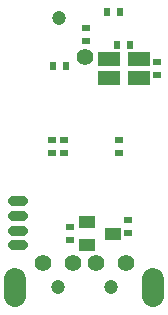
<source format=gbs>
From 57941b1b76ffbdb9a5eeb9fef5e3c2365e3a4b84 Mon Sep 17 00:00:00 2001
From: jaseg <git@jaseg.de>
Date: Sat, 5 Feb 2022 12:34:28 +0100
Subject: Arc approx WIP

---
 examples/inputs/rcstick-f-small.GBS | 83 -------------------------------------
 1 file changed, 83 deletions(-)
 delete mode 100644 examples/inputs/rcstick-f-small.GBS

(limited to 'examples/inputs/rcstick-f-small.GBS')

diff --git a/examples/inputs/rcstick-f-small.GBS b/examples/inputs/rcstick-f-small.GBS
deleted file mode 100644
index 59d381f..0000000
--- a/examples/inputs/rcstick-f-small.GBS
+++ /dev/null
@@ -1,83 +0,0 @@
-G04 EAGLE Gerber RS-274X export*
-G75*
-%MOMM*%
-%FSLAX34Y34*%
-%LPD*%
-%INSolder Mask bottom*%
-%IPPOS*%
-%AMOC8*
-5,1,8,0,0,1.08239X$1,22.5*%
-G01*
-%ADD10R,0.700000X0.600000*%
-%ADD11R,0.600000X0.700000*%
-%ADD12C,1.420000*%
-%ADD13C,1.900000*%
-%ADD14C,1.200000*%
-%ADD15C,0.812800*%
-%ADD16R,1.400000X1.000000*%
-%ADD17R,1.900000X1.200000*%
-%ADD18C,1.400000*%
-
-
-D10*
-X114300Y73240D03*
-X114300Y84240D03*
-D11*
-X61380Y214630D03*
-X50380Y214630D03*
-D10*
-X78740Y235800D03*
-X78740Y246800D03*
-D11*
-X96100Y260350D03*
-X107100Y260350D03*
-D10*
-X64770Y77890D03*
-X64770Y66890D03*
-X106680Y151550D03*
-X106680Y140550D03*
-X59690Y151550D03*
-X59690Y140550D03*
-X49530Y151550D03*
-X49530Y140550D03*
-X138430Y206590D03*
-X138430Y217590D03*
-D11*
-X104990Y232410D03*
-X115990Y232410D03*
-D12*
-X112000Y47850D03*
-X87000Y47850D03*
-X67000Y47850D03*
-X42000Y47850D03*
-D13*
-X18500Y34350D02*
-X18500Y19350D01*
-X135500Y19350D02*
-X135500Y34350D01*
-D14*
-X54500Y26850D03*
-X99500Y26850D03*
-D15*
-X24684Y62530D02*
-X16556Y62530D01*
-X16556Y75030D02*
-X24684Y75030D01*
-X24684Y87530D02*
-X16556Y87530D01*
-X16556Y100030D02*
-X24684Y100030D01*
-D14*
-X55880Y255270D03*
-D16*
-X101170Y72390D03*
-X79170Y81890D03*
-X79170Y62890D03*
-D17*
-X123090Y204090D03*
-X97890Y204090D03*
-X97890Y220090D03*
-X123090Y220090D03*
-D18*
-X77470Y222250D03*
-M02*
-- 
cgit 


</source>
